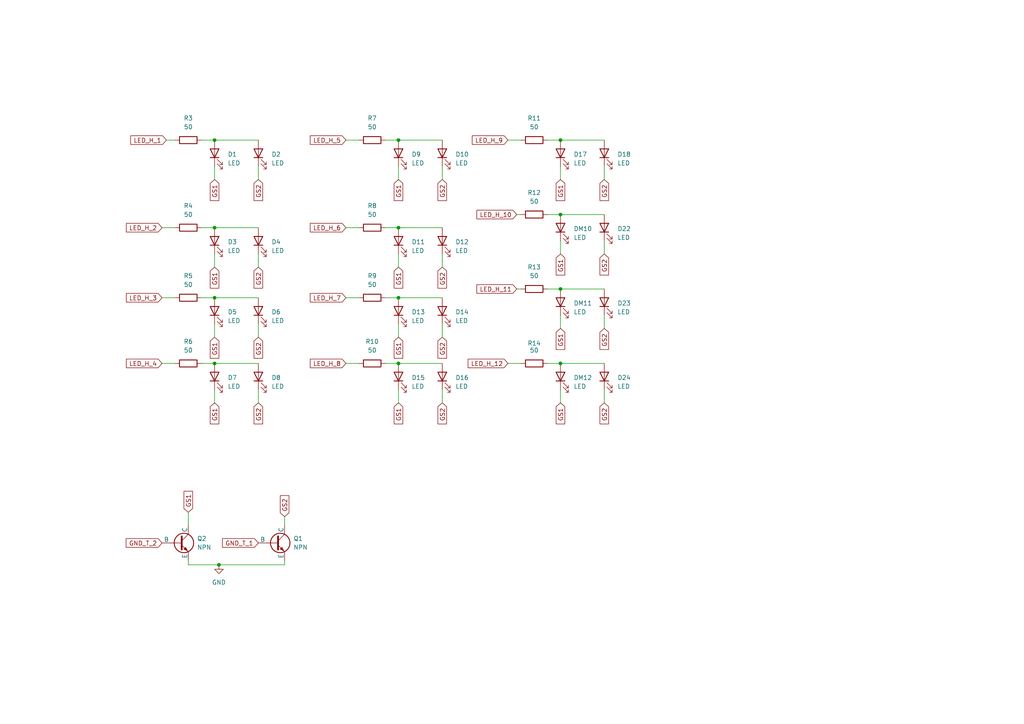
<source format=kicad_sch>
(kicad_sch (version 20231120) (generator "eeschema") (generator_version "8.0")
  (paper "A4")
  (lib_symbols
    (symbol "Device:LED" (pin_numbers hide) (pin_names (offset 1.016) hide)
      (property "Reference" "D" (at 0 2.54 0))
      (property "Value" "LED" (at 0 -2.54 0))
      (symbol "LED_0_1"
        (polyline (pts (xy -1.27 -1.27) (xy -1.27 1.27)) (stroke (width 0.254)))
        (polyline (pts (xy -1.27 0) (xy 1.27 0)))
        (polyline (pts (xy 1.27 -1.27) (xy 1.27 1.27) (xy -1.27 0) (xy 1.27 -1.27)) (stroke (width 0.254)))
        (polyline (pts (xy -3.048 -0.762) (xy -4.572 -2.286) (xy -3.81 -2.286) (xy -4.572 -2.286) (xy -4.572 -1.524)))
        (polyline (pts (xy -1.778 -0.762) (xy -3.302 -2.286) (xy -2.54 -2.286) (xy -3.302 -2.286) (xy -3.302 -1.524)))
      )
      (symbol "LED_1_1"
        (pin passive line (at -3.81 0 0) (length 2.54) (name "K") (number "1"))
        (pin passive line (at 3.81 0 180) (length 2.54) (name "A") (number "2"))
      )
    )
    (symbol "Device:R" (pin_numbers hide) (pin_names (offset 0))
      (property "Reference" "R" (at 2.032 0 90))
      (property "Value" "R" (at 0 0 90))
      (symbol "R_0_1"
        (rectangle (start -1.016 -2.54) (end 1.016 2.54) (stroke (width 0.254)))
      )
      (symbol "R_1_1"
        (pin passive line (at 0 3.81 270) (length 1.27) (name "~") (number "1"))
        (pin passive line (at 0 -3.81 90) (length 1.27) (name "~") (number "2"))
      )
    )
    (symbol "Simulation_SPICE:NPN" (pin_numbers hide) (pin_names (offset 0))
      (property "Reference" "Q" (at -2.54 7.62 0))
      (property "Value" "NPN" (at -2.54 5.08 0))
      (symbol "NPN_0_1"
        (polyline (pts (xy -2.54 0) (xy 0.635 0)) (stroke (width 0.1524)))
        (polyline (pts (xy 0.635 0.635) (xy 2.54 2.54)))
        (polyline (pts (xy 2.794 -1.27) (xy 2.794 -1.27)) (stroke (width 0.1524)))
        (polyline (pts (xy 2.794 -1.27) (xy 2.794 -1.27)) (stroke (width 0.1524)))
        (polyline (pts (xy 0.635 -0.635) (xy 2.54 -2.54) (xy 2.54 -2.54)))
        (polyline (pts (xy 0.635 1.905) (xy 0.635 -1.905) (xy 0.635 -1.905)) (stroke (width 0.508)))
        (polyline (pts (xy 1.27 -1.778) (xy 1.778 -1.27) (xy 2.286 -2.286) (xy 1.27 -1.778) (xy 1.27 -1.778)) (fill (type outline)))
        (circle (center 1.27 0) (radius 2.8194) (stroke (width 0.254)))
      )
      (symbol "NPN_1_1"
        (pin open_collector line (at 2.54 5.08 270) (length 2.54) (name "C") (number "1"))
        (pin input line (at -5.08 0 0) (length 2.54) (name "B") (number "2"))
        (pin open_emitter line (at 2.54 -5.08 90) (length 2.54) (name "E") (number "3"))
      )
    )
    (symbol "power:GND" (power) (pin_numbers hide) (pin_names (offset 0) hide)
      (property "Value" "GND" (at 0 -3.81 0))
      (symbol "GND_0_1"
        (polyline (pts (xy 0 0) (xy 0 -1.27) (xy 1.27 -1.27) (xy 0 -2.54) (xy -1.27 -1.27) (xy 0 -1.27)))
      )
      (symbol "GND_1_1"
        (pin power_in line (at 0 0 270) (length 0) (name "~") (number "1"))
      )
    )
  )
  (junction (at 62.23 105.41))
  (junction (at 62.23 40.64))
  (junction (at 115.57 40.64))
  (junction (at 115.57 66.04))
  (junction (at 62.23 66.04))
  (junction (at 162.56 105.41))
  (junction (at 162.56 83.82))
  (junction (at 115.57 105.41))
  (junction (at 162.56 40.64))
  (junction (at 115.57 86.36))
  (junction (at 62.23 86.36))
  (junction (at 63.5 163.83))
  (junction (at 162.56 62.23))
  (wire (pts (xy 62.23 105.41) (xy 74.93 105.41)))
  (wire (pts (xy 74.93 93.98) (xy 74.93 97.79)))
  (wire (pts (xy 115.57 73.66) (xy 115.57 77.47)))
  (wire (pts (xy 74.93 113.03) (xy 74.93 116.84)))
  (wire (pts (xy 58.42 105.41) (xy 62.23 105.41)))
  (wire (pts (xy 62.23 113.03) (xy 62.23 116.84)))
  (wire (pts (xy 111.76 66.04) (xy 115.57 66.04)))
  (wire (pts (xy 100.33 86.36) (xy 104.14 86.36)))
  (wire (pts (xy 162.56 113.03) (xy 162.56 116.84)))
  (wire (pts (xy 74.93 73.66) (xy 74.93 77.47)))
  (wire (pts (xy 62.23 40.64) (xy 74.93 40.64)))
  (wire (pts (xy 158.75 40.64) (xy 162.56 40.64)))
  (wire (pts (xy 54.61 163.83) (xy 63.5 163.83)))
  (wire (pts (xy 111.76 40.64) (xy 115.57 40.64)))
  (wire (pts (xy 100.33 105.41) (xy 104.14 105.41)))
  (wire (pts (xy 111.76 86.36) (xy 115.57 86.36)))
  (wire (pts (xy 62.23 48.26) (xy 62.23 52.07)))
  (wire (pts (xy 115.57 105.41) (xy 128.27 105.41)))
  (wire (pts (xy 158.75 105.41) (xy 162.56 105.41)))
  (wire (pts (xy 58.42 86.36) (xy 62.23 86.36)))
  (wire (pts (xy 158.75 83.82) (xy 162.56 83.82)))
  (wire (pts (xy 162.56 69.85) (xy 162.56 73.66)))
  (wire (pts (xy 58.42 40.64) (xy 62.23 40.64)))
  (wire (pts (xy 46.99 66.04) (xy 50.8 66.04)))
  (wire (pts (xy 62.23 86.36) (xy 74.93 86.36)))
  (wire (pts (xy 149.86 83.82) (xy 151.13 83.82)))
  (wire (pts (xy 82.55 149.86) (xy 82.55 152.4)))
  (wire (pts (xy 58.42 66.04) (xy 62.23 66.04)))
  (wire (pts (xy 115.57 66.04) (xy 128.27 66.04)))
  (wire (pts (xy 62.23 93.98) (xy 62.23 97.79)))
  (wire (pts (xy 175.26 48.26) (xy 175.26 52.07)))
  (wire (pts (xy 62.23 73.66) (xy 62.23 77.47)))
  (wire (pts (xy 175.26 91.44) (xy 175.26 95.25)))
  (wire (pts (xy 162.56 48.26) (xy 162.56 52.07)))
  (wire (pts (xy 46.99 105.41) (xy 50.8 105.41)))
  (wire (pts (xy 82.55 162.56) (xy 82.55 163.83)))
  (wire (pts (xy 115.57 93.98) (xy 115.57 97.79)))
  (wire (pts (xy 115.57 86.36) (xy 128.27 86.36)))
  (wire (pts (xy 115.57 40.64) (xy 128.27 40.64)))
  (wire (pts (xy 100.33 66.04) (xy 104.14 66.04)))
  (wire (pts (xy 128.27 93.98) (xy 128.27 97.79)))
  (wire (pts (xy 54.61 162.56) (xy 54.61 163.83)))
  (wire (pts (xy 62.23 66.04) (xy 74.93 66.04)))
  (wire (pts (xy 46.99 86.36) (xy 50.8 86.36)))
  (wire (pts (xy 147.32 105.41) (xy 151.13 105.41)))
  (wire (pts (xy 128.27 113.03) (xy 128.27 116.84)))
  (wire (pts (xy 115.57 113.03) (xy 115.57 116.84)))
  (wire (pts (xy 63.5 163.83) (xy 82.55 163.83)))
  (wire (pts (xy 175.26 113.03) (xy 175.26 116.84)))
  (wire (pts (xy 54.61 148.59) (xy 54.61 152.4)))
  (wire (pts (xy 74.93 48.26) (xy 74.93 52.07)))
  (wire (pts (xy 162.56 62.23) (xy 175.26 62.23)))
  (wire (pts (xy 149.86 62.23) (xy 151.13 62.23)))
  (wire (pts (xy 111.76 105.41) (xy 115.57 105.41)))
  (wire (pts (xy 162.56 105.41) (xy 175.26 105.41)))
  (wire (pts (xy 147.32 40.64) (xy 151.13 40.64)))
  (wire (pts (xy 48.26 40.64) (xy 50.8 40.64)))
  (wire (pts (xy 128.27 73.66) (xy 128.27 77.47)))
  (wire (pts (xy 175.26 69.85) (xy 175.26 73.66)))
  (wire (pts (xy 162.56 40.64) (xy 175.26 40.64)))
  (wire (pts (xy 100.33 40.64) (xy 104.14 40.64)))
  (wire (pts (xy 162.56 83.82) (xy 175.26 83.82)))
  (wire (pts (xy 158.75 62.23) (xy 162.56 62.23)))
  (wire (pts (xy 128.27 48.26) (xy 128.27 52.07)))
  (wire (pts (xy 162.56 91.44) (xy 162.56 95.25)))
  (wire (pts (xy 115.57 48.26) (xy 115.57 52.07)))
  (global_label "GS1" (shape input) (at 162.56 95.25 270) (property "Intersheetrefs" "${INTERSHEET_REFS}" (effects (hide yes))))
  (global_label "GS1" (shape input) (at 62.23 52.07 270) (property "Intersheetrefs" "${INTERSHEET_REFS}" (effects (hide yes))))
  (global_label "LED_H_8" (shape input) (at 100.33 105.41 180) (property "Intersheetrefs" "${INTERSHEET_REFS}" (effects (hide yes))))
  (global_label "GS2" (shape input) (at 74.93 77.47 270) (property "Intersheetrefs" "${INTERSHEET_REFS}" (effects (hide yes))))
  (global_label "GS1" (shape input) (at 115.57 77.47 270) (property "Intersheetrefs" "${INTERSHEET_REFS}" (effects (hide yes))))
  (global_label "LED_H_5" (shape input) (at 100.33 40.64 180) (property "Intersheetrefs" "${INTERSHEET_REFS}" (effects (hide yes))))
  (global_label "LED_H_11" (shape input) (at 149.86 83.82 180) (property "Intersheetrefs" "${INTERSHEET_REFS}" (effects (hide yes))))
  (global_label "GS1" (shape input) (at 62.23 97.79 270) (property "Intersheetrefs" "${INTERSHEET_REFS}" (effects (hide yes))))
  (global_label "GS2" (shape input) (at 128.27 52.07 270) (property "Intersheetrefs" "${INTERSHEET_REFS}" (effects (hide yes))))
  (global_label "GS1" (shape input) (at 115.57 97.79 270) (property "Intersheetrefs" "${INTERSHEET_REFS}" (effects (hide yes))))
  (global_label "LED_H_7" (shape input) (at 100.33 86.36 180) (property "Intersheetrefs" "${INTERSHEET_REFS}" (effects (hide yes))))
  (global_label "LED_H_3" (shape input) (at 46.99 86.36 180) (property "Intersheetrefs" "${INTERSHEET_REFS}" (effects (hide yes))))
  (global_label "GS2" (shape input) (at 175.26 52.07 270) (property "Intersheetrefs" "${INTERSHEET_REFS}" (effects (hide yes))))
  (global_label "LED_H_10" (shape input) (at 149.86 62.23 180) (property "Intersheetrefs" "${INTERSHEET_REFS}" (effects (hide yes))))
  (global_label "GS1" (shape input) (at 62.23 116.84 270) (property "Intersheetrefs" "${INTERSHEET_REFS}" (effects (hide yes))))
  (global_label "GS1" (shape input) (at 115.57 116.84 270) (property "Intersheetrefs" "${INTERSHEET_REFS}" (effects (hide yes))))
  (global_label "LED_H_6" (shape input) (at 100.33 66.04 180) (property "Intersheetrefs" "${INTERSHEET_REFS}" (effects (hide yes))))
  (global_label "GS2" (shape input) (at 175.26 116.84 270) (property "Intersheetrefs" "${INTERSHEET_REFS}" (effects (hide yes))))
  (global_label "GS1" (shape input) (at 54.61 148.59 90) (property "Intersheetrefs" "${INTERSHEET_REFS}" (effects (hide yes))))
  (global_label "LED_H_12" (shape input) (at 147.32 105.41 180) (property "Intersheetrefs" "${INTERSHEET_REFS}" (effects (hide yes))))
  (global_label "GND_T_2" (shape input) (at 46.99 157.48 180) (property "Intersheetrefs" "${INTERSHEET_REFS}" (effects (hide yes))))
  (global_label "LED_H_2" (shape input) (at 46.99 66.04 180) (property "Intersheetrefs" "${INTERSHEET_REFS}" (effects (hide yes))))
  (global_label "GS2" (shape input) (at 74.93 97.79 270) (property "Intersheetrefs" "${INTERSHEET_REFS}" (effects (hide yes))))
  (global_label "LED_H_4" (shape input) (at 46.99 105.41 180) (property "Intersheetrefs" "${INTERSHEET_REFS}" (effects (hide yes))))
  (global_label "GS2" (shape input) (at 74.93 52.07 270) (property "Intersheetrefs" "${INTERSHEET_REFS}" (effects (hide yes))))
  (global_label "GS2" (shape input) (at 128.27 77.47 270) (property "Intersheetrefs" "${INTERSHEET_REFS}" (effects (hide yes))))
  (global_label "GS2" (shape input) (at 128.27 97.79 270) (property "Intersheetrefs" "${INTERSHEET_REFS}" (effects (hide yes))))
  (global_label "GS1" (shape input) (at 115.57 52.07 270) (property "Intersheetrefs" "${INTERSHEET_REFS}" (effects (hide yes))))
  (global_label "GND_T_1" (shape input) (at 74.93 157.48 180) (property "Intersheetrefs" "${INTERSHEET_REFS}" (effects (hide yes))))
  (global_label "GS2" (shape input) (at 74.93 116.84 270) (property "Intersheetrefs" "${INTERSHEET_REFS}" (effects (hide yes))))
  (global_label "GS1" (shape input) (at 162.56 52.07 270) (property "Intersheetrefs" "${INTERSHEET_REFS}" (effects (hide yes))))
  (global_label "GS2" (shape input) (at 175.26 73.66 270) (property "Intersheetrefs" "${INTERSHEET_REFS}" (effects (hide yes))))
  (global_label "GS1" (shape input) (at 62.23 77.47 270) (property "Intersheetrefs" "${INTERSHEET_REFS}" (effects (hide yes))))
  (global_label "GS2" (shape input) (at 82.55 149.86 90) (property "Intersheetrefs" "${INTERSHEET_REFS}" (effects (hide yes))))
  (global_label "LED_H_9" (shape input) (at 147.32 40.64 180) (property "Intersheetrefs" "${INTERSHEET_REFS}" (effects (hide yes))))
  (global_label "GS2" (shape input) (at 128.27 116.84 270) (property "Intersheetrefs" "${INTERSHEET_REFS}" (effects (hide yes))))
  (global_label "LED_H_1" (shape input) (at 48.26 40.64 180) (property "Intersheetrefs" "${INTERSHEET_REFS}" (effects (hide yes))))
  (global_label "GS2" (shape input) (at 175.26 95.25 270) (property "Intersheetrefs" "${INTERSHEET_REFS}" (effects (hide yes))))
  (global_label "GS1" (shape input) (at 162.56 116.84 270) (property "Intersheetrefs" "${INTERSHEET_REFS}" (effects (hide yes))))
  (global_label "GS1" (shape input) (at 162.56 73.66 270) (property "Intersheetrefs" "${INTERSHEET_REFS}" (effects (hide yes))))
  (symbol (lib_id "Device:R") (at 54.61 105.41 90) (unit 1)
    (property "Reference" "R6" (at 54.61 99.06 90))
    (property "Value" "50" (at 54.61 101.6 90))
    (property "Footprint" "Resistor_SMD:R_0805_2012Metric_Pad1.20x1.40mm_HandSolder" (effects (hide yes)))
    (property "Description" "Resistor" (effects (hide yes)))
  )
  (symbol (lib_id "Device:LED") (at 62.23 109.22 90) (unit 1)
    (property "Reference" "D7" (at 66.04 109.5374 90) (effects (justify right)))
    (property "Value" "LED" (at 66.04 112.0774 90) (effects (justify right)))
    (property "Footprint" "LED_SMD:LED_0805_2012Metric_Pad1.15x1.40mm_HandSolder" (effects (hide yes)))
    (property "Description" "Light emitting diode" (effects (hide yes)))
  )
  (symbol (lib_id "Device:LED") (at 128.27 109.22 90) (unit 1)
    (property "Reference" "D16" (at 132.08 109.5374 90) (effects (justify right)))
    (property "Value" "LED" (at 132.08 112.0774 90) (effects (justify right)))
    (property "Footprint" "LED_SMD:LED_0805_2012Metric_Pad1.15x1.40mm_HandSolder" (effects (hide yes)))
    (property "Description" "Light emitting diode" (effects (hide yes)))
  )
  (symbol (lib_id "Device:LED") (at 62.23 44.45 90) (unit 1)
    (property "Reference" "D1" (at 66.04 44.7674 90) (effects (justify right)))
    (property "Value" "LED" (at 66.04 47.3074 90) (effects (justify right)))
    (property "Footprint" "LED_SMD:LED_0805_2012Metric_Pad1.15x1.40mm_HandSolder" (effects (hide yes)))
    (property "Description" "Light emitting diode" (effects (hide yes)))
  )
  (symbol (lib_id "Device:LED") (at 115.57 69.85 90) (unit 1)
    (property "Reference" "D11" (at 119.38 70.1674 90) (effects (justify right)))
    (property "Value" "LED" (at 119.38 72.7074 90) (effects (justify right)))
    (property "Footprint" "LED_SMD:LED_0805_2012Metric_Pad1.15x1.40mm_HandSolder" (effects (hide yes)))
    (property "Description" "Light emitting diode" (effects (hide yes)))
  )
  (symbol (lib_id "Device:R") (at 54.61 66.04 90) (unit 1)
    (property "Reference" "R4" (at 54.61 59.69 90))
    (property "Value" "50" (at 54.61 62.23 90))
    (property "Footprint" "Resistor_SMD:R_0805_2012Metric_Pad1.20x1.40mm_HandSolder" (effects (hide yes)))
    (property "Description" "Resistor" (effects (hide yes)))
  )
  (symbol (lib_id "Device:LED") (at 128.27 69.85 90) (unit 1)
    (property "Reference" "D12" (at 132.08 70.1674 90) (effects (justify right)))
    (property "Value" "LED" (at 132.08 72.7074 90) (effects (justify right)))
    (property "Footprint" "LED_SMD:LED_0805_2012Metric_Pad1.15x1.40mm_HandSolder" (effects (hide yes)))
    (property "Description" "Light emitting diode" (effects (hide yes)))
  )
  (symbol (lib_id "Device:R") (at 154.94 62.23 90) (unit 1)
    (property "Reference" "R12" (at 154.94 55.88 90))
    (property "Value" "50" (at 154.94 58.42 90))
    (property "Footprint" "Resistor_SMD:R_0805_2012Metric_Pad1.20x1.40mm_HandSolder" (effects (hide yes)))
    (property "Description" "Resistor" (effects (hide yes)))
  )
  (symbol (lib_id "Device:LED") (at 175.26 109.22 90) (unit 1)
    (property "Reference" "D24" (at 179.07 109.5374 90) (effects (justify right)))
    (property "Value" "LED" (at 179.07 112.0774 90) (effects (justify right)))
    (property "Footprint" "LED_SMD:LED_0805_2012Metric_Pad1.15x1.40mm_HandSolder" (effects (hide yes)))
    (property "Description" "Light emitting diode" (effects (hide yes)))
  )
  (symbol (lib_id "Device:R") (at 154.94 40.64 90) (unit 1)
    (property "Reference" "R11" (at 154.94 34.29 90))
    (property "Value" "50" (at 154.94 36.83 90))
    (property "Footprint" "Resistor_SMD:R_0805_2012Metric_Pad1.20x1.40mm_HandSolder" (effects (hide yes)))
    (property "Description" "Resistor" (effects (hide yes)))
  )
  (symbol (lib_id "Device:LED") (at 175.26 44.45 90) (unit 1)
    (property "Reference" "D18" (at 179.07 44.7674 90) (effects (justify right)))
    (property "Value" "LED" (at 179.07 47.3074 90) (effects (justify right)))
    (property "Footprint" "LED_SMD:LED_0805_2012Metric_Pad1.15x1.40mm_HandSolder" (effects (hide yes)))
    (property "Description" "Light emitting diode" (effects (hide yes)))
  )
  (symbol (lib_id "Device:R") (at 54.61 40.64 90) (unit 1)
    (property "Reference" "R3" (at 54.61 34.29 90))
    (property "Value" "50" (at 54.61 36.83 90))
    (property "Footprint" "Resistor_SMD:R_0805_2012Metric_Pad1.20x1.40mm_HandSolder" (effects (hide yes)))
    (property "Description" "Resistor" (effects (hide yes)))
  )
  (symbol (lib_id "Device:LED") (at 115.57 90.17 90) (unit 1)
    (property "Reference" "D13" (at 119.38 90.4874 90) (effects (justify right)))
    (property "Value" "LED" (at 119.38 93.0274 90) (effects (justify right)))
    (property "Footprint" "LED_SMD:LED_0805_2012Metric_Pad1.15x1.40mm_HandSolder" (effects (hide yes)))
    (property "Description" "Light emitting diode" (effects (hide yes)))
  )
  (symbol (lib_id "Device:LED") (at 175.26 87.63 90) (unit 1)
    (property "Reference" "D23" (at 179.07 87.9474 90) (effects (justify right)))
    (property "Value" "LED" (at 179.07 90.4874 90) (effects (justify right)))
    (property "Footprint" "LED_SMD:LED_0805_2012Metric_Pad1.15x1.40mm_HandSolder" (effects (hide yes)))
    (property "Description" "Light emitting diode" (effects (hide yes)))
  )
  (symbol (lib_id "Device:R") (at 107.95 40.64 90) (unit 1)
    (property "Reference" "R7" (at 107.95 34.29 90))
    (property "Value" "50" (at 107.95 36.83 90))
    (property "Footprint" "Resistor_SMD:R_0805_2012Metric_Pad1.20x1.40mm_HandSolder" (effects (hide yes)))
    (property "Description" "Resistor" (effects (hide yes)))
  )
  (symbol (lib_id "Device:LED") (at 115.57 44.45 90) (unit 1)
    (property "Reference" "D9" (at 119.38 44.7674 90) (effects (justify right)))
    (property "Value" "LED" (at 119.38 47.3074 90) (effects (justify right)))
    (property "Footprint" "LED_SMD:LED_0805_2012Metric_Pad1.15x1.40mm_HandSolder" (effects (hide yes)))
    (property "Description" "Light emitting diode" (effects (hide yes)))
  )
  (symbol (lib_id "Device:LED") (at 128.27 44.45 90) (unit 1)
    (property "Reference" "D10" (at 132.08 44.7674 90) (effects (justify right)))
    (property "Value" "LED" (at 132.08 47.3074 90) (effects (justify right)))
    (property "Footprint" "LED_SMD:LED_0805_2012Metric_Pad1.15x1.40mm_HandSolder" (effects (hide yes)))
    (property "Description" "Light emitting diode" (effects (hide yes)))
  )
  (symbol (lib_id "Device:LED") (at 128.27 90.17 90) (unit 1)
    (property "Reference" "D14" (at 132.08 90.4874 90) (effects (justify right)))
    (property "Value" "LED" (at 132.08 93.0274 90) (effects (justify right)))
    (property "Footprint" "LED_SMD:LED_0805_2012Metric_Pad1.15x1.40mm_HandSolder" (effects (hide yes)))
    (property "Description" "Light emitting diode" (effects (hide yes)))
  )
  (symbol (lib_id "Device:R") (at 154.94 83.82 90) (unit 1)
    (property "Reference" "R13" (at 154.94 77.47 90))
    (property "Value" "50" (at 154.94 80.01 90))
    (property "Footprint" "Resistor_SMD:R_0805_2012Metric_Pad1.20x1.40mm_HandSolder" (effects (hide yes)))
    (property "Description" "Resistor" (effects (hide yes)))
  )
  (symbol (lib_id "power:GND") (at 63.5 163.83 0) (unit 1)
    (property "Reference" "#PWR01" (effects (hide yes)))
    (property "Value" "GND" (at 63.5 168.91 0))
    (property "Description" "Power symbol creates a global label with name \"GND\" , ground" (effects (hide yes)))
  )
  (symbol (lib_id "Device:LED") (at 115.57 109.22 90) (unit 1)
    (property "Reference" "D15" (at 119.38 109.5374 90) (effects (justify right)))
    (property "Value" "LED" (at 119.38 112.0774 90) (effects (justify right)))
    (property "Footprint" "LED_SMD:LED_0805_2012Metric_Pad1.15x1.40mm_HandSolder" (effects (hide yes)))
    (property "Description" "Light emitting diode" (effects (hide yes)))
  )
  (symbol (lib_id "Device:LED") (at 162.56 44.45 90) (unit 1)
    (property "Reference" "D17" (at 166.37 44.7674 90) (effects (justify right)))
    (property "Value" "LED" (at 166.37 47.3074 90) (effects (justify right)))
    (property "Footprint" "LED_SMD:LED_0805_2012Metric_Pad1.15x1.40mm_HandSolder" (effects (hide yes)))
    (property "Description" "Light emitting diode" (effects (hide yes)))
  )
  (symbol (lib_id "Device:R") (at 107.95 66.04 90) (unit 1)
    (property "Reference" "R8" (at 107.95 59.69 90))
    (property "Value" "50" (at 107.95 62.23 90))
    (property "Footprint" "Resistor_SMD:R_0805_2012Metric_Pad1.20x1.40mm_HandSolder" (effects (hide yes)))
    (property "Description" "Resistor" (effects (hide yes)))
  )
  (symbol (lib_id "Device:LED") (at 62.23 69.85 90) (unit 1)
    (property "Reference" "D3" (at 66.04 70.1674 90) (effects (justify right)))
    (property "Value" "LED" (at 66.04 72.7074 90) (effects (justify right)))
    (property "Footprint" "LED_SMD:LED_0805_2012Metric_Pad1.15x1.40mm_HandSolder" (effects (hide yes)))
    (property "Description" "Light emitting diode" (effects (hide yes)))
  )
  (symbol (lib_id "Device:R") (at 107.95 105.41 90) (unit 1)
    (property "Reference" "R10" (at 107.95 99.06 90))
    (property "Value" "50" (at 107.95 101.6 90))
    (property "Footprint" "Resistor_SMD:R_0805_2012Metric_Pad1.20x1.40mm_HandSolder" (effects (hide yes)))
    (property "Description" "Resistor" (effects (hide yes)))
  )
  (symbol (lib_id "Device:R") (at 107.95 86.36 90) (unit 1)
    (property "Reference" "R9" (at 107.95 80.01 90))
    (property "Value" "50" (at 107.95 82.55 90))
    (property "Footprint" "Resistor_SMD:R_0805_2012Metric_Pad1.20x1.40mm_HandSolder" (effects (hide yes)))
    (property "Description" "Resistor" (effects (hide yes)))
  )
  (symbol (lib_id "Device:LED") (at 74.93 109.22 90) (unit 1)
    (property "Reference" "D8" (at 78.74 109.5374 90) (effects (justify right)))
    (property "Value" "LED" (at 78.74 112.0774 90) (effects (justify right)))
    (property "Footprint" "LED_SMD:LED_0805_2012Metric_Pad1.15x1.40mm_HandSolder" (effects (hide yes)))
    (property "Description" "Light emitting diode" (effects (hide yes)))
  )
  (symbol (lib_id "Device:LED") (at 74.93 90.17 90) (unit 1)
    (property "Reference" "D6" (at 78.74 90.4874 90) (effects (justify right)))
    (property "Value" "LED" (at 78.74 93.0274 90) (effects (justify right)))
    (property "Footprint" "LED_SMD:LED_0805_2012Metric_Pad1.15x1.40mm_HandSolder" (effects (hide yes)))
    (property "Description" "Light emitting diode" (effects (hide yes)))
  )
  (symbol (lib_id "Simulation_SPICE:NPN") (at 80.01 157.48 0) (unit 1)
    (property "Reference" "Q1" (at 85.09 156.2099 0) (effects (justify left)))
    (property "Value" "NPN" (at 85.09 158.7499 0) (effects (justify left)))
    (property "Footprint" "Package_TO_SOT_SMD:SOT-23" (effects (hide yes)))
    (property "Datasheet" "https://ngspice.sourceforge.io/docs/ngspice-html-manual/manual.xhtml#cha_BJTs" (effects (hide yes)))
    (property "Description" "Bipolar transistor symbol for simulation only, substrate tied to the emitter" (effects (hide yes)))
    (property "Sim.Device" "NPN" (effects (hide yes)))
    (property "Sim.Type" "GUMMELPOON" (effects (hide yes)))
    (property "Sim.Pins" "1=C 2=B 3=E" (effects (hide yes)))
  )
  (symbol (lib_id "Device:LED") (at 74.93 69.85 90) (unit 1)
    (property "Reference" "D4" (at 78.74 70.1674 90) (effects (justify right)))
    (property "Value" "LED" (at 78.74 72.7074 90) (effects (justify right)))
    (property "Footprint" "LED_SMD:LED_0805_2012Metric_Pad1.15x1.40mm_HandSolder" (effects (hide yes)))
    (property "Description" "Light emitting diode" (effects (hide yes)))
  )
  (symbol (lib_id "Device:LED") (at 62.23 90.17 90) (unit 1)
    (property "Reference" "D5" (at 66.04 90.4874 90) (effects (justify right)))
    (property "Value" "LED" (at 66.04 93.0274 90) (effects (justify right)))
    (property "Footprint" "LED_SMD:LED_0805_2012Metric_Pad1.15x1.40mm_HandSolder" (effects (hide yes)))
    (property "Description" "Light emitting diode" (effects (hide yes)))
  )
  (symbol (lib_id "Device:LED") (at 162.56 66.04 90) (unit 1)
    (property "Reference" "DM10" (at 166.37 66.3574 90) (effects (justify right)))
    (property "Value" "LED" (at 166.37 68.8974 90) (effects (justify right)))
    (property "Footprint" "LED_SMD:LED_0805_2012Metric_Pad1.15x1.40mm_HandSolder" (effects (hide yes)))
    (property "Description" "Light emitting diode" (effects (hide yes)))
  )
  (symbol (lib_id "Device:LED") (at 162.56 109.22 90) (unit 1)
    (property "Reference" "DM12" (at 166.37 109.5374 90) (effects (justify right)))
    (property "Value" "LED" (at 166.37 112.0774 90) (effects (justify right)))
    (property "Footprint" "LED_SMD:LED_0805_2012Metric_Pad1.15x1.40mm_HandSolder" (effects (hide yes)))
    (property "Description" "Light emitting diode" (effects (hide yes)))
  )
  (symbol (lib_id "Device:R") (at 154.94 105.41 90) (unit 1)
    (property "Reference" "R14" (at 154.94 99.568 90))
    (property "Value" "50" (at 154.94 101.6 90))
    (property "Footprint" "Resistor_SMD:R_0805_2012Metric_Pad1.20x1.40mm_HandSolder" (effects (hide yes)))
    (property "Description" "Resistor" (effects (hide yes)))
  )
  (symbol (lib_id "Device:LED") (at 162.56 87.63 90) (unit 1)
    (property "Reference" "DM11" (at 166.37 87.9474 90) (effects (justify right)))
    (property "Value" "LED" (at 166.37 90.4874 90) (effects (justify right)))
    (property "Footprint" "LED_SMD:LED_0805_2012Metric_Pad1.15x1.40mm_HandSolder" (effects (hide yes)))
    (property "Description" "Light emitting diode" (effects (hide yes)))
  )
  (symbol (lib_id "Device:LED") (at 74.93 44.45 90) (unit 1)
    (property "Reference" "D2" (at 78.74 44.7674 90) (effects (justify right)))
    (property "Value" "LED" (at 78.74 47.3074 90) (effects (justify right)))
    (property "Footprint" "LED_SMD:LED_0805_2012Metric_Pad1.15x1.40mm_HandSolder" (effects (hide yes)))
    (property "Description" "Light emitting diode" (effects (hide yes)))
  )
  (symbol (lib_id "Device:LED") (at 175.26 66.04 90) (unit 1)
    (property "Reference" "D22" (at 179.07 66.3574 90) (effects (justify right)))
    (property "Value" "LED" (at 179.07 68.8974 90) (effects (justify right)))
    (property "Footprint" "LED_SMD:LED_0805_2012Metric_Pad1.15x1.40mm_HandSolder" (effects (hide yes)))
    (property "Description" "Light emitting diode" (effects (hide yes)))
  )
  (symbol (lib_id "Simulation_SPICE:NPN") (at 52.07 157.48 0) (unit 1)
    (property "Reference" "Q2" (at 57.15 156.2099 0) (effects (justify left)))
    (property "Value" "NPN" (at 57.15 158.7499 0) (effects (justify left)))
    (property "Footprint" "Package_TO_SOT_SMD:SOT-23" (effects (hide yes)))
    (property "Datasheet" "https://ngspice.sourceforge.io/docs/ngspice-html-manual/manual.xhtml#cha_BJTs" (effects (hide yes)))
    (property "Description" "Bipolar transistor symbol for simulation only, substrate tied to the emitter" (effects (hide yes)))
    (property "Sim.Device" "NPN" (effects (hide yes)))
    (property "Sim.Type" "GUMMELPOON" (effects (hide yes)))
    (property "Sim.Pins" "1=C 2=B 3=E" (effects (hide yes)))
  )
  (symbol (lib_id "Device:R") (at 54.61 86.36 90) (unit 1)
    (property "Reference" "R5" (at 54.61 80.01 90))
    (property "Value" "50" (at 54.61 82.55 90))
    (property "Footprint" "Resistor_SMD:R_0805_2012Metric_Pad1.20x1.40mm_HandSolder" (effects (hide yes)))
    (property "Description" "Resistor" (effects (hide yes)))
  )
)
</source>
